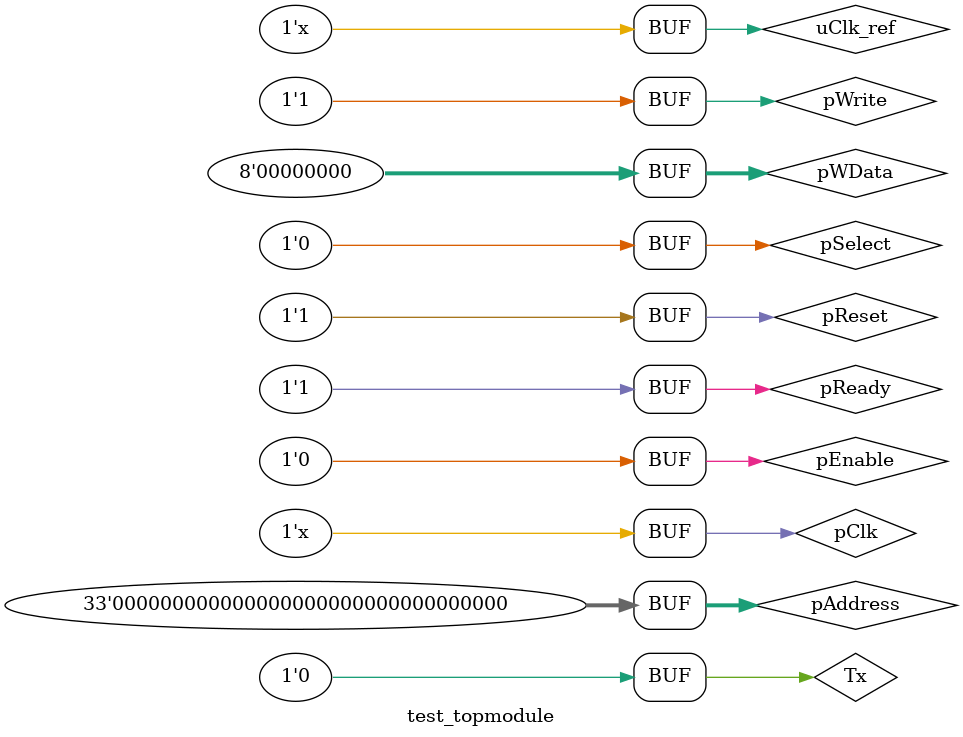
<source format=v>
`timescale 1ns / 1ps


module test_topmodule;

//inputs
reg [7:0] pWData; 
reg pWrite;
reg pSelect;
reg pEnable;
reg  pClk;
reg pReset;
reg [32:0] pAddress;
reg pReady;
reg Tx;

//outputs
wire Rx;
wire [7:0] pRData;
//variable for ease of use
reg uClk_ref;
reg [7:0] pWData1;

//initialize tested module
topmodule uut(
.pWData(pWData),
.pRData(pRData),
.pWrite(pWrite),
.pSelect(pSelect),
.pEnable(pEnable),
.pClk(pClk),
.pReset(pReset),
.pAddress(pAddress),
.pReady(pReady),
.Tx(Tx),
.Rx(Rx)
);

//read task (usrt <<data<< ambe)
//1 transfers lasts 13*80 tick in simulation
task read(input Tx1);
begin
#1
  //pAddress????
  pWrite<=0;
  pSelect<=1;
#2
  pEnable<=1;
  pReady<=0;
#82
  Tx<=1;
#161
  Tx<=0;
#242
  Tx<=0;
#322
  Tx<=0;
#402
  Tx<=1;
#482
  Tx<=1;
#562
  Tx<=1;
#642
  Tx<=0;
#722
  Tx<=0;
#802
  Tx<=1;
#882
  Tx<=0;
#962
  pReady<=1;
#963
  pReady<=0;
  pSelect<=0;
  pEnable<=0;
end
endtask


//write task (usrt >>data>> amba)
//1 transfers lasts 13*80 tick in simulation
task write(input pWData1);
begin
   #1
  //paddr használjuk? 
  pWrite<=1;
  pSelect<=1;
  pWData<= pWData1;
  #2
  pEnable<=1;
  pReady<=0;
  #962
  pWData<=0;
  pReady<=1;
  pEnable<=0;
  pSelect<=0;
end
endtask


initial begin
// Initialize Inputs
pClk = 0;
pReset = 0;
pSelect = 0;
pEnable = 0;
pWrite = 0;
pAddress = 0;
pWData = 0;
pReady=1;
Tx = 0;
#20
pReset = 1;
#100;
write(0);
end
//taskok
always #1 pClk = ~pClk;
always #80 uClk_ref=~uClk_ref;
endmodule














</source>
